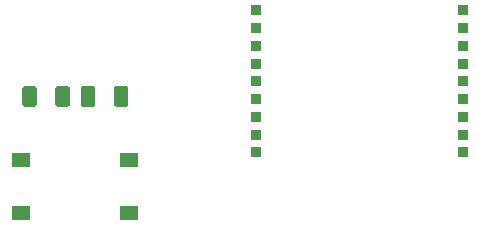
<source format=gbr>
G04 #@! TF.GenerationSoftware,KiCad,Pcbnew,(5.1.2)-1*
G04 #@! TF.CreationDate,2021-12-05T07:22:55+09:00*
G04 #@! TF.ProjectId,ESP32C3_downloader,45535033-3243-4335-9f64-6f776e6c6f61,rev?*
G04 #@! TF.SameCoordinates,Original*
G04 #@! TF.FileFunction,Paste,Top*
G04 #@! TF.FilePolarity,Positive*
%FSLAX46Y46*%
G04 Gerber Fmt 4.6, Leading zero omitted, Abs format (unit mm)*
G04 Created by KiCad (PCBNEW (5.1.2)-1) date 2021-12-05 07:22:55*
%MOMM*%
%LPD*%
G04 APERTURE LIST*
%ADD10C,0.150000*%
%ADD11C,1.250000*%
%ADD12R,1.550000X1.300000*%
%ADD13R,0.850000X0.912500*%
G04 APERTURE END LIST*
D10*
G36*
X35959504Y-57546204D02*
G01*
X35983773Y-57549804D01*
X36007571Y-57555765D01*
X36030671Y-57564030D01*
X36052849Y-57574520D01*
X36073893Y-57587133D01*
X36093598Y-57601747D01*
X36111777Y-57618223D01*
X36128253Y-57636402D01*
X36142867Y-57656107D01*
X36155480Y-57677151D01*
X36165970Y-57699329D01*
X36174235Y-57722429D01*
X36180196Y-57746227D01*
X36183796Y-57770496D01*
X36185000Y-57795000D01*
X36185000Y-59045000D01*
X36183796Y-59069504D01*
X36180196Y-59093773D01*
X36174235Y-59117571D01*
X36165970Y-59140671D01*
X36155480Y-59162849D01*
X36142867Y-59183893D01*
X36128253Y-59203598D01*
X36111777Y-59221777D01*
X36093598Y-59238253D01*
X36073893Y-59252867D01*
X36052849Y-59265480D01*
X36030671Y-59275970D01*
X36007571Y-59284235D01*
X35983773Y-59290196D01*
X35959504Y-59293796D01*
X35935000Y-59295000D01*
X35185000Y-59295000D01*
X35160496Y-59293796D01*
X35136227Y-59290196D01*
X35112429Y-59284235D01*
X35089329Y-59275970D01*
X35067151Y-59265480D01*
X35046107Y-59252867D01*
X35026402Y-59238253D01*
X35008223Y-59221777D01*
X34991747Y-59203598D01*
X34977133Y-59183893D01*
X34964520Y-59162849D01*
X34954030Y-59140671D01*
X34945765Y-59117571D01*
X34939804Y-59093773D01*
X34936204Y-59069504D01*
X34935000Y-59045000D01*
X34935000Y-57795000D01*
X34936204Y-57770496D01*
X34939804Y-57746227D01*
X34945765Y-57722429D01*
X34954030Y-57699329D01*
X34964520Y-57677151D01*
X34977133Y-57656107D01*
X34991747Y-57636402D01*
X35008223Y-57618223D01*
X35026402Y-57601747D01*
X35046107Y-57587133D01*
X35067151Y-57574520D01*
X35089329Y-57564030D01*
X35112429Y-57555765D01*
X35136227Y-57549804D01*
X35160496Y-57546204D01*
X35185000Y-57545000D01*
X35935000Y-57545000D01*
X35959504Y-57546204D01*
X35959504Y-57546204D01*
G37*
D11*
X35560000Y-58420000D03*
D10*
G36*
X38759504Y-57546204D02*
G01*
X38783773Y-57549804D01*
X38807571Y-57555765D01*
X38830671Y-57564030D01*
X38852849Y-57574520D01*
X38873893Y-57587133D01*
X38893598Y-57601747D01*
X38911777Y-57618223D01*
X38928253Y-57636402D01*
X38942867Y-57656107D01*
X38955480Y-57677151D01*
X38965970Y-57699329D01*
X38974235Y-57722429D01*
X38980196Y-57746227D01*
X38983796Y-57770496D01*
X38985000Y-57795000D01*
X38985000Y-59045000D01*
X38983796Y-59069504D01*
X38980196Y-59093773D01*
X38974235Y-59117571D01*
X38965970Y-59140671D01*
X38955480Y-59162849D01*
X38942867Y-59183893D01*
X38928253Y-59203598D01*
X38911777Y-59221777D01*
X38893598Y-59238253D01*
X38873893Y-59252867D01*
X38852849Y-59265480D01*
X38830671Y-59275970D01*
X38807571Y-59284235D01*
X38783773Y-59290196D01*
X38759504Y-59293796D01*
X38735000Y-59295000D01*
X37985000Y-59295000D01*
X37960496Y-59293796D01*
X37936227Y-59290196D01*
X37912429Y-59284235D01*
X37889329Y-59275970D01*
X37867151Y-59265480D01*
X37846107Y-59252867D01*
X37826402Y-59238253D01*
X37808223Y-59221777D01*
X37791747Y-59203598D01*
X37777133Y-59183893D01*
X37764520Y-59162849D01*
X37754030Y-59140671D01*
X37745765Y-59117571D01*
X37739804Y-59093773D01*
X37736204Y-59069504D01*
X37735000Y-59045000D01*
X37735000Y-57795000D01*
X37736204Y-57770496D01*
X37739804Y-57746227D01*
X37745765Y-57722429D01*
X37754030Y-57699329D01*
X37764520Y-57677151D01*
X37777133Y-57656107D01*
X37791747Y-57636402D01*
X37808223Y-57618223D01*
X37826402Y-57601747D01*
X37846107Y-57587133D01*
X37867151Y-57574520D01*
X37889329Y-57564030D01*
X37912429Y-57555765D01*
X37936227Y-57549804D01*
X37960496Y-57546204D01*
X37985000Y-57545000D01*
X38735000Y-57545000D01*
X38759504Y-57546204D01*
X38759504Y-57546204D01*
G37*
D11*
X38360000Y-58420000D03*
D10*
G36*
X43709504Y-57546204D02*
G01*
X43733773Y-57549804D01*
X43757571Y-57555765D01*
X43780671Y-57564030D01*
X43802849Y-57574520D01*
X43823893Y-57587133D01*
X43843598Y-57601747D01*
X43861777Y-57618223D01*
X43878253Y-57636402D01*
X43892867Y-57656107D01*
X43905480Y-57677151D01*
X43915970Y-57699329D01*
X43924235Y-57722429D01*
X43930196Y-57746227D01*
X43933796Y-57770496D01*
X43935000Y-57795000D01*
X43935000Y-59045000D01*
X43933796Y-59069504D01*
X43930196Y-59093773D01*
X43924235Y-59117571D01*
X43915970Y-59140671D01*
X43905480Y-59162849D01*
X43892867Y-59183893D01*
X43878253Y-59203598D01*
X43861777Y-59221777D01*
X43843598Y-59238253D01*
X43823893Y-59252867D01*
X43802849Y-59265480D01*
X43780671Y-59275970D01*
X43757571Y-59284235D01*
X43733773Y-59290196D01*
X43709504Y-59293796D01*
X43685000Y-59295000D01*
X42935000Y-59295000D01*
X42910496Y-59293796D01*
X42886227Y-59290196D01*
X42862429Y-59284235D01*
X42839329Y-59275970D01*
X42817151Y-59265480D01*
X42796107Y-59252867D01*
X42776402Y-59238253D01*
X42758223Y-59221777D01*
X42741747Y-59203598D01*
X42727133Y-59183893D01*
X42714520Y-59162849D01*
X42704030Y-59140671D01*
X42695765Y-59117571D01*
X42689804Y-59093773D01*
X42686204Y-59069504D01*
X42685000Y-59045000D01*
X42685000Y-57795000D01*
X42686204Y-57770496D01*
X42689804Y-57746227D01*
X42695765Y-57722429D01*
X42704030Y-57699329D01*
X42714520Y-57677151D01*
X42727133Y-57656107D01*
X42741747Y-57636402D01*
X42758223Y-57618223D01*
X42776402Y-57601747D01*
X42796107Y-57587133D01*
X42817151Y-57574520D01*
X42839329Y-57564030D01*
X42862429Y-57555765D01*
X42886227Y-57549804D01*
X42910496Y-57546204D01*
X42935000Y-57545000D01*
X43685000Y-57545000D01*
X43709504Y-57546204D01*
X43709504Y-57546204D01*
G37*
D11*
X43310000Y-58420000D03*
D10*
G36*
X40909504Y-57546204D02*
G01*
X40933773Y-57549804D01*
X40957571Y-57555765D01*
X40980671Y-57564030D01*
X41002849Y-57574520D01*
X41023893Y-57587133D01*
X41043598Y-57601747D01*
X41061777Y-57618223D01*
X41078253Y-57636402D01*
X41092867Y-57656107D01*
X41105480Y-57677151D01*
X41115970Y-57699329D01*
X41124235Y-57722429D01*
X41130196Y-57746227D01*
X41133796Y-57770496D01*
X41135000Y-57795000D01*
X41135000Y-59045000D01*
X41133796Y-59069504D01*
X41130196Y-59093773D01*
X41124235Y-59117571D01*
X41115970Y-59140671D01*
X41105480Y-59162849D01*
X41092867Y-59183893D01*
X41078253Y-59203598D01*
X41061777Y-59221777D01*
X41043598Y-59238253D01*
X41023893Y-59252867D01*
X41002849Y-59265480D01*
X40980671Y-59275970D01*
X40957571Y-59284235D01*
X40933773Y-59290196D01*
X40909504Y-59293796D01*
X40885000Y-59295000D01*
X40135000Y-59295000D01*
X40110496Y-59293796D01*
X40086227Y-59290196D01*
X40062429Y-59284235D01*
X40039329Y-59275970D01*
X40017151Y-59265480D01*
X39996107Y-59252867D01*
X39976402Y-59238253D01*
X39958223Y-59221777D01*
X39941747Y-59203598D01*
X39927133Y-59183893D01*
X39914520Y-59162849D01*
X39904030Y-59140671D01*
X39895765Y-59117571D01*
X39889804Y-59093773D01*
X39886204Y-59069504D01*
X39885000Y-59045000D01*
X39885000Y-57795000D01*
X39886204Y-57770496D01*
X39889804Y-57746227D01*
X39895765Y-57722429D01*
X39904030Y-57699329D01*
X39914520Y-57677151D01*
X39927133Y-57656107D01*
X39941747Y-57636402D01*
X39958223Y-57618223D01*
X39976402Y-57601747D01*
X39996107Y-57587133D01*
X40017151Y-57574520D01*
X40039329Y-57564030D01*
X40062429Y-57555765D01*
X40086227Y-57549804D01*
X40110496Y-57546204D01*
X40135000Y-57545000D01*
X40885000Y-57545000D01*
X40909504Y-57546204D01*
X40909504Y-57546204D01*
G37*
D11*
X40510000Y-58420000D03*
D12*
X43942000Y-63790000D03*
X43942000Y-68290000D03*
X34798000Y-68290000D03*
X34798000Y-63790000D03*
D13*
X72237500Y-51150000D03*
X72237500Y-52650000D03*
X72237500Y-54150000D03*
X72237500Y-55650000D03*
X72237500Y-57150000D03*
X72237500Y-58650000D03*
X72237500Y-60150000D03*
X72237500Y-61650000D03*
X72237500Y-63150000D03*
X54762500Y-63150000D03*
X54762500Y-61650000D03*
X54762500Y-60150000D03*
X54762500Y-58650000D03*
X54762500Y-57150000D03*
X54762500Y-55650000D03*
X54762500Y-54150000D03*
X54762500Y-52650000D03*
X54762500Y-51150000D03*
M02*

</source>
